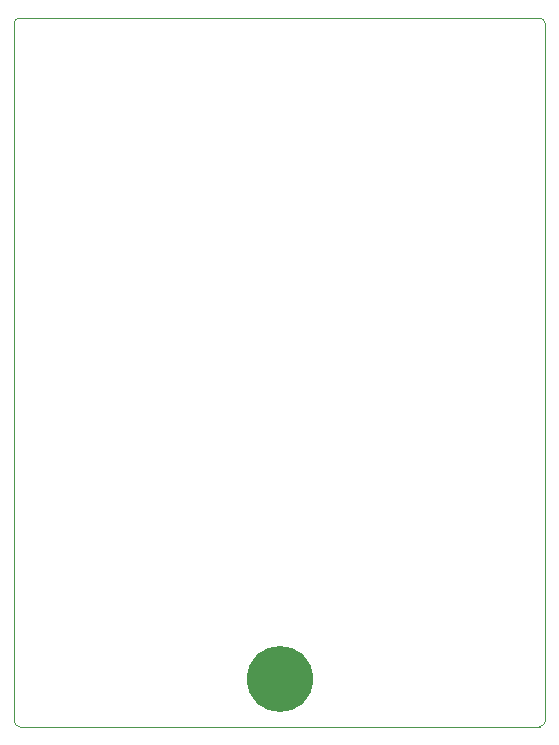
<source format=gbr>
G04 #@! TF.GenerationSoftware,KiCad,Pcbnew,6.0.10+dfsg-1~bpo11+1*
G04 #@! TF.ProjectId,project,70726f6a-6563-4742-9e6b-696361645f70,rev?*
G04 #@! TF.SameCoordinates,Original*
G04 #@! TF.FileFunction,Soldermask,Bot*
G04 #@! TF.FilePolarity,Negative*
%FSLAX46Y46*%
G04 Gerber Fmt 4.6, Leading zero omitted, Abs format (unit mm)*
%MOMM*%
%LPD*%
G01*
G04 APERTURE LIST*
G04 #@! TA.AperFunction,Profile*
%ADD10C,0.100000*%
G04 #@! TD*
%ADD11C,5.600000*%
G04 APERTURE END LIST*
D10*
X80000000Y-91975000D02*
X80000000Y-150975000D01*
X80500000Y-151475000D02*
X124500000Y-151475000D01*
X80000000Y-150975000D02*
G75*
G03*
X80500000Y-151475000I500000J0D01*
G01*
X125000000Y-91975000D02*
G75*
G03*
X124500000Y-91475000I-500000J0D01*
G01*
X80500000Y-91475000D02*
X124500000Y-91475000D01*
X125000000Y-150975000D02*
X125000000Y-91975000D01*
X80500000Y-91475000D02*
G75*
G03*
X80000000Y-91975000I0J-500000D01*
G01*
X124500000Y-151475000D02*
G75*
G03*
X125000000Y-150975000I0J500000D01*
G01*
D11*
X102500000Y-147475000D03*
M02*

</source>
